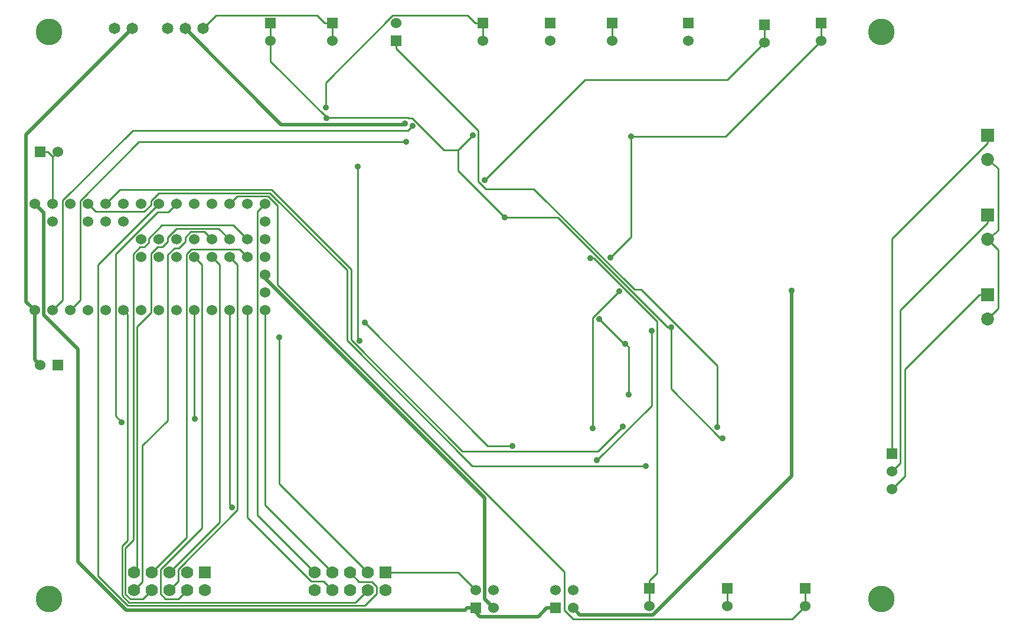
<source format=gbl>
G04 (created by PCBNEW (2013-jul-07)-stable) date Tue 03 Jan 2017 02:31:41 PM PST*
%MOIN*%
G04 Gerber Fmt 3.4, Leading zero omitted, Abs format*
%FSLAX34Y34*%
G01*
G70*
G90*
G04 APERTURE LIST*
%ADD10C,0.00590551*%
%ADD11C,0.06*%
%ADD12R,0.06X0.06*%
%ADD13R,0.07X0.07*%
%ADD14C,0.07*%
%ADD15C,0.15*%
%ADD16R,0.073X0.073*%
%ADD17C,0.073*%
%ADD18C,0.065*%
%ADD19C,0.035*%
%ADD20C,0.01*%
%ADD21C,0.02*%
G04 APERTURE END LIST*
G54D10*
G54D11*
X20700Y-37200D03*
X21700Y-37200D03*
X22700Y-37200D03*
X23700Y-37200D03*
X24700Y-37200D03*
X25700Y-37200D03*
X26700Y-37200D03*
X27700Y-37200D03*
X28700Y-37200D03*
X29700Y-37200D03*
X30700Y-37200D03*
X31700Y-37200D03*
X32700Y-37200D03*
X33700Y-37200D03*
X33700Y-36200D03*
X33700Y-35200D03*
X33700Y-34200D03*
X33700Y-33200D03*
X33700Y-32200D03*
X33700Y-31200D03*
X32700Y-31200D03*
X31700Y-31200D03*
X30700Y-31200D03*
X29700Y-31200D03*
X28700Y-31200D03*
X27700Y-31200D03*
X26700Y-31200D03*
X25700Y-31200D03*
X24700Y-31200D03*
X23700Y-31200D03*
X22700Y-31200D03*
X21700Y-31200D03*
X20700Y-31200D03*
X26700Y-34200D03*
X27700Y-34200D03*
X28700Y-34200D03*
X29700Y-34200D03*
X30700Y-34200D03*
X31700Y-34200D03*
X32700Y-34200D03*
X32700Y-33200D03*
X31700Y-33200D03*
X30700Y-33200D03*
X29700Y-33200D03*
X28700Y-33200D03*
X27700Y-33200D03*
X26700Y-33200D03*
X25700Y-32200D03*
X24700Y-32200D03*
X23700Y-32200D03*
X21700Y-32200D03*
G54D12*
X69100Y-45300D03*
G54D11*
X69100Y-46300D03*
X69100Y-47300D03*
G54D12*
X50100Y-54000D03*
G54D11*
X50100Y-53000D03*
X51100Y-54000D03*
X51100Y-53000D03*
G54D12*
X45600Y-54000D03*
G54D11*
X45600Y-53000D03*
X46600Y-54000D03*
X46600Y-53000D03*
G54D12*
X46000Y-21000D03*
G54D11*
X46000Y-22000D03*
G54D12*
X41100Y-22000D03*
G54D11*
X41100Y-21000D03*
G54D12*
X22000Y-40300D03*
G54D11*
X21000Y-40300D03*
G54D12*
X49800Y-21000D03*
G54D11*
X49800Y-22000D03*
G54D12*
X21000Y-28250D03*
G54D11*
X22000Y-28250D03*
G54D12*
X53300Y-21000D03*
G54D11*
X53300Y-22000D03*
G54D12*
X57600Y-21000D03*
G54D11*
X57600Y-22000D03*
G54D12*
X55400Y-52900D03*
G54D11*
X55400Y-53900D03*
G54D12*
X61900Y-21100D03*
G54D11*
X61900Y-22100D03*
G54D12*
X64200Y-52900D03*
G54D11*
X64200Y-53900D03*
G54D12*
X59800Y-52900D03*
G54D11*
X59800Y-53900D03*
G54D12*
X65100Y-21000D03*
G54D11*
X65100Y-22000D03*
G54D12*
X37500Y-21000D03*
G54D11*
X37500Y-22000D03*
G54D12*
X34000Y-21000D03*
G54D11*
X34000Y-22000D03*
G54D13*
X30300Y-52000D03*
G54D14*
X30300Y-53000D03*
X29300Y-52000D03*
X29300Y-53000D03*
X28300Y-52000D03*
X28300Y-53000D03*
X27300Y-52000D03*
X27300Y-53000D03*
X26300Y-52000D03*
X26300Y-53000D03*
G54D13*
X40500Y-52000D03*
G54D14*
X40500Y-53000D03*
X39500Y-52000D03*
X39500Y-53000D03*
X38500Y-52000D03*
X38500Y-53000D03*
X37500Y-52000D03*
X37500Y-53000D03*
X36500Y-52000D03*
X36500Y-53000D03*
G54D15*
X68500Y-53500D03*
X21500Y-53500D03*
X21500Y-21500D03*
X68500Y-21500D03*
G54D16*
X74500Y-27311D03*
G54D17*
X74500Y-28689D03*
G54D16*
X74500Y-31811D03*
G54D17*
X74500Y-33189D03*
G54D16*
X74500Y-36311D03*
G54D17*
X74500Y-37689D03*
G54D18*
X25200Y-21300D03*
X26200Y-21300D03*
X28200Y-21300D03*
X29200Y-21300D03*
X30200Y-21300D03*
G54D19*
X38944Y-29077D03*
X39047Y-38906D03*
X56642Y-38163D03*
X59547Y-44415D03*
X47237Y-31958D03*
X37171Y-26355D03*
X45435Y-27325D03*
X63446Y-36086D03*
X54248Y-41949D03*
X54053Y-39071D03*
X52583Y-37695D03*
X31827Y-48327D03*
X42024Y-26798D03*
X41674Y-27702D03*
X37133Y-25758D03*
X41594Y-26656D03*
X59236Y-43799D03*
X52081Y-34238D03*
X54381Y-27396D03*
X53220Y-34229D03*
X46117Y-29841D03*
X25615Y-43514D03*
X29734Y-43318D03*
X47668Y-44846D03*
X39330Y-37901D03*
X53893Y-43770D03*
X55215Y-45976D03*
X34495Y-38706D03*
X53721Y-36125D03*
X52215Y-43849D03*
X55543Y-38341D03*
X52454Y-45668D03*
G54D20*
X37500Y-22000D02*
X37500Y-21000D01*
X37500Y-21000D02*
X37069Y-21000D01*
X30930Y-20569D02*
X30200Y-21300D01*
X36639Y-20569D02*
X30930Y-20569D01*
X37069Y-21000D02*
X36639Y-20569D01*
X38944Y-38803D02*
X38944Y-29077D01*
X39047Y-38906D02*
X38944Y-38803D01*
X34000Y-21000D02*
X34000Y-22000D01*
X59421Y-44415D02*
X59547Y-44415D01*
X56642Y-41636D02*
X59421Y-44415D01*
X56642Y-38163D02*
X56642Y-41636D01*
X34000Y-23143D02*
X37191Y-26335D01*
X34000Y-22000D02*
X34000Y-23143D01*
X37191Y-26335D02*
X37171Y-26355D01*
X44597Y-29318D02*
X44597Y-28163D01*
X47237Y-31958D02*
X44597Y-29318D01*
X44597Y-28163D02*
X45435Y-27325D01*
X37191Y-26335D02*
X37191Y-26335D01*
X41785Y-26335D02*
X37191Y-26335D01*
X41798Y-26348D02*
X41785Y-26335D01*
X42009Y-26348D02*
X41798Y-26348D01*
X43823Y-28163D02*
X42009Y-26348D01*
X44597Y-28163D02*
X43823Y-28163D01*
X50240Y-31958D02*
X47237Y-31958D01*
X56445Y-38163D02*
X50240Y-31958D01*
X56642Y-38163D02*
X56445Y-38163D01*
G54D21*
X46100Y-53500D02*
X46600Y-54000D01*
X46100Y-47784D02*
X46100Y-53500D01*
X33700Y-35384D02*
X46100Y-47784D01*
X33700Y-35200D02*
X33700Y-35384D01*
X63446Y-46541D02*
X63446Y-36086D01*
X55601Y-54387D02*
X63446Y-46541D01*
X51487Y-54387D02*
X55601Y-54387D01*
X51100Y-54000D02*
X51487Y-54387D01*
X45004Y-54115D02*
X45119Y-54000D01*
X25863Y-54115D02*
X45004Y-54115D01*
X23133Y-51384D02*
X25863Y-54115D01*
X23133Y-39375D02*
X23133Y-51384D01*
X21200Y-37442D02*
X23133Y-39375D01*
X21200Y-31700D02*
X21200Y-37442D01*
X20700Y-31200D02*
X21200Y-31700D01*
X45600Y-54000D02*
X45359Y-54000D01*
X45359Y-54000D02*
X45119Y-54000D01*
X49139Y-54480D02*
X49619Y-54000D01*
X45840Y-54480D02*
X49139Y-54480D01*
X45359Y-54000D02*
X45840Y-54480D01*
X50100Y-54000D02*
X49619Y-54000D01*
G54D20*
X75095Y-32703D02*
X74500Y-33189D01*
X75095Y-29175D02*
X75095Y-32703D01*
X74500Y-28689D02*
X75095Y-29175D01*
X21000Y-28250D02*
X21430Y-28250D01*
X21715Y-28534D02*
X21430Y-28250D01*
X21700Y-28550D02*
X21715Y-28534D01*
X21700Y-31200D02*
X21700Y-28550D01*
X21715Y-28534D02*
X22000Y-28250D01*
X75095Y-33784D02*
X74500Y-33189D01*
X75095Y-37093D02*
X75095Y-33784D01*
X74500Y-37689D02*
X75095Y-37093D01*
X54248Y-39266D02*
X54053Y-39071D01*
X54248Y-41949D02*
X54248Y-39266D01*
X53958Y-39071D02*
X52583Y-37695D01*
X54053Y-39071D02*
X53958Y-39071D01*
X31700Y-48200D02*
X31827Y-48327D01*
X31700Y-37200D02*
X31700Y-48200D01*
X69100Y-33156D02*
X74500Y-27756D01*
X69100Y-45300D02*
X69100Y-33156D01*
X74500Y-27310D02*
X74500Y-27756D01*
X30137Y-34637D02*
X29700Y-34200D01*
X30137Y-49478D02*
X30137Y-34637D01*
X27800Y-51816D02*
X30137Y-49478D01*
X27800Y-53197D02*
X27800Y-51816D01*
X28085Y-53483D02*
X27800Y-53197D01*
X28816Y-53483D02*
X28085Y-53483D01*
X29300Y-53000D02*
X28816Y-53483D01*
X31134Y-34634D02*
X30700Y-34200D01*
X31134Y-49165D02*
X31134Y-34634D01*
X28300Y-52000D02*
X31134Y-49165D01*
X32137Y-34637D02*
X31700Y-34200D01*
X32137Y-48470D02*
X32137Y-34637D01*
X28800Y-51808D02*
X32137Y-48470D01*
X28800Y-52500D02*
X28800Y-51808D01*
X28300Y-53000D02*
X28800Y-52500D01*
X32261Y-33761D02*
X32700Y-34200D01*
X29524Y-33761D02*
X32261Y-33761D01*
X29269Y-34016D02*
X29524Y-33761D01*
X29269Y-50030D02*
X29269Y-34016D01*
X27300Y-52000D02*
X29269Y-50030D01*
X31895Y-32395D02*
X32700Y-33200D01*
X27875Y-32395D02*
X31895Y-32395D01*
X27130Y-33141D02*
X27875Y-32395D01*
X27130Y-33378D02*
X27130Y-33141D01*
X26878Y-33630D02*
X27130Y-33378D01*
X26655Y-33630D02*
X26878Y-33630D01*
X26269Y-34015D02*
X26655Y-33630D01*
X26269Y-50157D02*
X26269Y-34015D01*
X25804Y-50623D02*
X26269Y-50157D01*
X25804Y-53209D02*
X25804Y-50623D01*
X26097Y-53503D02*
X25804Y-53209D01*
X26796Y-53503D02*
X26097Y-53503D01*
X27300Y-53000D02*
X26796Y-53503D01*
X31075Y-32575D02*
X31700Y-33200D01*
X28709Y-32575D02*
X31075Y-32575D01*
X28200Y-33085D02*
X28709Y-32575D01*
X28200Y-33331D02*
X28200Y-33085D01*
X27901Y-33630D02*
X28200Y-33331D01*
X27638Y-33630D02*
X27901Y-33630D01*
X27269Y-33998D02*
X27638Y-33630D01*
X27269Y-37310D02*
X27269Y-33998D01*
X26461Y-38118D02*
X27269Y-37310D01*
X26461Y-51838D02*
X26461Y-38118D01*
X26300Y-52000D02*
X26461Y-51838D01*
X30269Y-32769D02*
X30700Y-33200D01*
X29515Y-32769D02*
X30269Y-32769D01*
X29200Y-33084D02*
X29515Y-32769D01*
X29200Y-33309D02*
X29200Y-33084D01*
X28838Y-33671D02*
X29200Y-33309D01*
X28594Y-33671D02*
X28838Y-33671D01*
X28200Y-34065D02*
X28594Y-33671D01*
X28200Y-43417D02*
X28200Y-34065D01*
X26780Y-44837D02*
X28200Y-43417D01*
X26780Y-52519D02*
X26780Y-44837D01*
X26300Y-53000D02*
X26780Y-52519D01*
X53300Y-22000D02*
X53300Y-21000D01*
X41781Y-27041D02*
X42024Y-26798D01*
X26231Y-27041D02*
X41781Y-27041D01*
X22269Y-31003D02*
X26231Y-27041D01*
X22269Y-36630D02*
X22269Y-31003D01*
X21700Y-37200D02*
X22269Y-36630D01*
X23269Y-36630D02*
X22700Y-37200D01*
X23269Y-31021D02*
X23269Y-36630D01*
X26589Y-27702D02*
X23269Y-31021D01*
X41674Y-27702D02*
X26589Y-27702D01*
X46000Y-21000D02*
X46000Y-22000D01*
X45139Y-20569D02*
X45569Y-21000D01*
X40915Y-20569D02*
X45139Y-20569D01*
X37133Y-24352D02*
X40915Y-20569D01*
X37133Y-25758D02*
X37133Y-24352D01*
X46000Y-21000D02*
X45569Y-21000D01*
G54D21*
X20216Y-27283D02*
X26200Y-21300D01*
X20216Y-36716D02*
X20216Y-27283D01*
X20700Y-37200D02*
X20216Y-36716D01*
X20700Y-40000D02*
X20700Y-37200D01*
X21000Y-40300D02*
X20700Y-40000D01*
X41536Y-26714D02*
X41594Y-26656D01*
X34614Y-26714D02*
X41536Y-26714D01*
X29200Y-21300D02*
X34614Y-26714D01*
G54D20*
X33700Y-48200D02*
X33700Y-37200D01*
X37500Y-52000D02*
X33700Y-48200D01*
X32700Y-48888D02*
X32700Y-37200D01*
X36311Y-52500D02*
X32700Y-48888D01*
X37000Y-52500D02*
X36311Y-52500D01*
X37500Y-53000D02*
X37000Y-52500D01*
X41100Y-22000D02*
X41100Y-22430D01*
X45740Y-27070D02*
X41100Y-22430D01*
X45740Y-29927D02*
X45740Y-27070D01*
X46167Y-30353D02*
X45740Y-29927D01*
X48890Y-30353D02*
X46167Y-30353D01*
X54568Y-36031D02*
X48890Y-30353D01*
X54942Y-36031D02*
X54568Y-36031D01*
X59236Y-40325D02*
X54942Y-36031D01*
X59236Y-43799D02*
X59236Y-40325D01*
X55400Y-53900D02*
X55400Y-52900D01*
X55400Y-52900D02*
X55400Y-52469D01*
X52265Y-34238D02*
X52081Y-34238D01*
X55856Y-37829D02*
X52265Y-34238D01*
X55856Y-52013D02*
X55856Y-37829D01*
X55400Y-52469D02*
X55856Y-52013D01*
X69579Y-45820D02*
X69100Y-46300D01*
X69579Y-37176D02*
X69579Y-45820D01*
X74500Y-32256D02*
X69579Y-37176D01*
X74500Y-31810D02*
X74500Y-32256D01*
X65100Y-21000D02*
X65100Y-22000D01*
X59703Y-27396D02*
X54381Y-27396D01*
X65100Y-22000D02*
X59703Y-27396D01*
X54381Y-33068D02*
X53220Y-34229D01*
X54381Y-27396D02*
X54381Y-33068D01*
X61900Y-21100D02*
X61900Y-22100D01*
X51781Y-24176D02*
X46117Y-29841D01*
X59823Y-24176D02*
X51781Y-24176D01*
X61900Y-22100D02*
X59823Y-24176D01*
X38816Y-53683D02*
X39500Y-53000D01*
X26023Y-53683D02*
X38816Y-53683D01*
X25624Y-53284D02*
X26023Y-53683D01*
X25624Y-50503D02*
X25624Y-53284D01*
X25933Y-50193D02*
X25624Y-50503D01*
X25933Y-37433D02*
X25933Y-50193D01*
X25700Y-37200D02*
X25933Y-37433D01*
X33265Y-31634D02*
X33700Y-31200D01*
X33265Y-48765D02*
X33265Y-31634D01*
X36500Y-52000D02*
X33265Y-48765D01*
X24264Y-34635D02*
X27700Y-31200D01*
X24264Y-52179D02*
X24264Y-34635D01*
X25949Y-53865D02*
X24264Y-52179D01*
X39339Y-53865D02*
X25949Y-53865D01*
X40000Y-53204D02*
X39339Y-53865D01*
X40000Y-52788D02*
X40000Y-53204D01*
X39731Y-52519D02*
X40000Y-52788D01*
X39019Y-52519D02*
X39731Y-52519D01*
X38500Y-52000D02*
X39019Y-52519D01*
X25257Y-43155D02*
X25615Y-43514D01*
X25257Y-34031D02*
X25257Y-43155D01*
X27643Y-31645D02*
X25257Y-34031D01*
X28254Y-31645D02*
X27643Y-31645D01*
X28700Y-31200D02*
X28254Y-31645D01*
X59800Y-52900D02*
X59800Y-53900D01*
X63482Y-54617D02*
X64200Y-53900D01*
X51104Y-54617D02*
X63482Y-54617D01*
X50600Y-54112D02*
X51104Y-54617D01*
X50600Y-51958D02*
X50600Y-54112D01*
X34403Y-35762D02*
X50600Y-51958D01*
X34403Y-31279D02*
X34403Y-35762D01*
X33889Y-30765D02*
X34403Y-31279D01*
X32134Y-30765D02*
X33889Y-30765D01*
X31700Y-31200D02*
X32134Y-30765D01*
X64200Y-53900D02*
X64200Y-52900D01*
X29700Y-43283D02*
X29734Y-43318D01*
X29700Y-37200D02*
X29700Y-43283D01*
X46275Y-44846D02*
X39330Y-37901D01*
X47668Y-44846D02*
X46275Y-44846D01*
X25504Y-30395D02*
X24700Y-31200D01*
X34072Y-30395D02*
X25504Y-30395D01*
X38568Y-34890D02*
X34072Y-30395D01*
X38568Y-38867D02*
X38568Y-34890D01*
X44855Y-45154D02*
X38568Y-38867D01*
X52508Y-45154D02*
X44855Y-45154D01*
X53893Y-43770D02*
X52508Y-45154D01*
X45423Y-45976D02*
X55215Y-45976D01*
X38324Y-38877D02*
X45423Y-45976D01*
X38324Y-34929D02*
X38324Y-38877D01*
X33980Y-30585D02*
X38324Y-34929D01*
X27699Y-30585D02*
X33980Y-30585D01*
X27263Y-31021D02*
X27699Y-30585D01*
X27263Y-31246D02*
X27263Y-31021D01*
X26875Y-31634D02*
X27263Y-31246D01*
X24134Y-31634D02*
X26875Y-31634D01*
X23700Y-31200D02*
X24134Y-31634D01*
X34495Y-46995D02*
X34495Y-38706D01*
X39500Y-52000D02*
X34495Y-46995D01*
X44600Y-52000D02*
X45600Y-53000D01*
X40500Y-52000D02*
X44600Y-52000D01*
X74500Y-36310D02*
X74054Y-36310D01*
X69849Y-40515D02*
X74054Y-36310D01*
X69849Y-46550D02*
X69849Y-40515D01*
X69100Y-47300D02*
X69849Y-46550D01*
X52215Y-37631D02*
X53721Y-36125D01*
X52215Y-43849D02*
X52215Y-37631D01*
X55543Y-42579D02*
X55543Y-38341D01*
X52454Y-45668D02*
X55543Y-42579D01*
M02*

</source>
